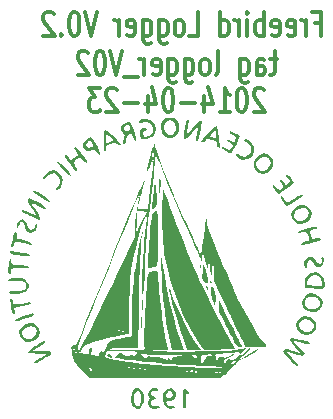
<source format=gbo>
G04 (created by PCBNEW-RS274X (2012-apr-16-27)-stable) date Tue 22 Apr 2014 06:10:25 PM EDT*
G01*
G70*
G90*
%MOIN*%
G04 Gerber Fmt 3.4, Leading zero omitted, Abs format*
%FSLAX34Y34*%
G04 APERTURE LIST*
%ADD10C,0.006000*%
%ADD11C,0.012000*%
%ADD12C,0.000100*%
G04 APERTURE END LIST*
G54D10*
G54D11*
X48556Y-34490D02*
X48327Y-34490D01*
X48470Y-34224D02*
X48470Y-34910D01*
X48442Y-34986D01*
X48384Y-35024D01*
X48327Y-35024D01*
X47870Y-35024D02*
X47870Y-34605D01*
X47899Y-34529D01*
X47956Y-34490D01*
X48070Y-34490D01*
X48127Y-34529D01*
X47870Y-34986D02*
X47927Y-35024D01*
X48070Y-35024D01*
X48127Y-34986D01*
X48156Y-34910D01*
X48156Y-34833D01*
X48127Y-34757D01*
X48070Y-34719D01*
X47927Y-34719D01*
X47870Y-34681D01*
X47327Y-34490D02*
X47327Y-35138D01*
X47356Y-35214D01*
X47384Y-35252D01*
X47441Y-35290D01*
X47527Y-35290D01*
X47584Y-35252D01*
X47327Y-34986D02*
X47384Y-35024D01*
X47498Y-35024D01*
X47556Y-34986D01*
X47584Y-34948D01*
X47613Y-34871D01*
X47613Y-34643D01*
X47584Y-34567D01*
X47556Y-34529D01*
X47498Y-34490D01*
X47384Y-34490D01*
X47327Y-34529D01*
X46498Y-35024D02*
X46556Y-34986D01*
X46584Y-34910D01*
X46584Y-34224D01*
X46184Y-35024D02*
X46242Y-34986D01*
X46270Y-34948D01*
X46299Y-34871D01*
X46299Y-34643D01*
X46270Y-34567D01*
X46242Y-34529D01*
X46184Y-34490D01*
X46099Y-34490D01*
X46042Y-34529D01*
X46013Y-34567D01*
X45984Y-34643D01*
X45984Y-34871D01*
X46013Y-34948D01*
X46042Y-34986D01*
X46099Y-35024D01*
X46184Y-35024D01*
X45470Y-34490D02*
X45470Y-35138D01*
X45499Y-35214D01*
X45527Y-35252D01*
X45584Y-35290D01*
X45670Y-35290D01*
X45727Y-35252D01*
X45470Y-34986D02*
X45527Y-35024D01*
X45641Y-35024D01*
X45699Y-34986D01*
X45727Y-34948D01*
X45756Y-34871D01*
X45756Y-34643D01*
X45727Y-34567D01*
X45699Y-34529D01*
X45641Y-34490D01*
X45527Y-34490D01*
X45470Y-34529D01*
X44927Y-34490D02*
X44927Y-35138D01*
X44956Y-35214D01*
X44984Y-35252D01*
X45041Y-35290D01*
X45127Y-35290D01*
X45184Y-35252D01*
X44927Y-34986D02*
X44984Y-35024D01*
X45098Y-35024D01*
X45156Y-34986D01*
X45184Y-34948D01*
X45213Y-34871D01*
X45213Y-34643D01*
X45184Y-34567D01*
X45156Y-34529D01*
X45098Y-34490D01*
X44984Y-34490D01*
X44927Y-34529D01*
X44413Y-34986D02*
X44470Y-35024D01*
X44584Y-35024D01*
X44641Y-34986D01*
X44670Y-34910D01*
X44670Y-34605D01*
X44641Y-34529D01*
X44584Y-34490D01*
X44470Y-34490D01*
X44413Y-34529D01*
X44384Y-34605D01*
X44384Y-34681D01*
X44670Y-34757D01*
X44127Y-35024D02*
X44127Y-34490D01*
X44127Y-34643D02*
X44099Y-34567D01*
X44070Y-34529D01*
X44013Y-34490D01*
X43956Y-34490D01*
X43899Y-35100D02*
X43442Y-35100D01*
X43385Y-34224D02*
X43185Y-35024D01*
X42985Y-34224D01*
X42671Y-34224D02*
X42614Y-34224D01*
X42557Y-34262D01*
X42528Y-34300D01*
X42499Y-34376D01*
X42471Y-34529D01*
X42471Y-34719D01*
X42499Y-34871D01*
X42528Y-34948D01*
X42557Y-34986D01*
X42614Y-35024D01*
X42671Y-35024D01*
X42728Y-34986D01*
X42757Y-34948D01*
X42785Y-34871D01*
X42814Y-34719D01*
X42814Y-34529D01*
X42785Y-34376D01*
X42757Y-34300D01*
X42728Y-34262D01*
X42671Y-34224D01*
X42243Y-34300D02*
X42214Y-34262D01*
X42157Y-34224D01*
X42014Y-34224D01*
X41957Y-34262D01*
X41928Y-34300D01*
X41900Y-34376D01*
X41900Y-34452D01*
X41928Y-34567D01*
X42271Y-35024D01*
X41900Y-35024D01*
X48113Y-35540D02*
X48084Y-35502D01*
X48027Y-35464D01*
X47884Y-35464D01*
X47827Y-35502D01*
X47798Y-35540D01*
X47770Y-35616D01*
X47770Y-35692D01*
X47798Y-35807D01*
X48141Y-36264D01*
X47770Y-36264D01*
X47399Y-35464D02*
X47342Y-35464D01*
X47285Y-35502D01*
X47256Y-35540D01*
X47227Y-35616D01*
X47199Y-35769D01*
X47199Y-35959D01*
X47227Y-36111D01*
X47256Y-36188D01*
X47285Y-36226D01*
X47342Y-36264D01*
X47399Y-36264D01*
X47456Y-36226D01*
X47485Y-36188D01*
X47513Y-36111D01*
X47542Y-35959D01*
X47542Y-35769D01*
X47513Y-35616D01*
X47485Y-35540D01*
X47456Y-35502D01*
X47399Y-35464D01*
X46628Y-36264D02*
X46971Y-36264D01*
X46799Y-36264D02*
X46799Y-35464D01*
X46856Y-35578D01*
X46914Y-35654D01*
X46971Y-35692D01*
X46114Y-35730D02*
X46114Y-36264D01*
X46257Y-35426D02*
X46400Y-35997D01*
X46028Y-35997D01*
X45800Y-35959D02*
X45343Y-35959D01*
X44943Y-35464D02*
X44886Y-35464D01*
X44829Y-35502D01*
X44800Y-35540D01*
X44771Y-35616D01*
X44743Y-35769D01*
X44743Y-35959D01*
X44771Y-36111D01*
X44800Y-36188D01*
X44829Y-36226D01*
X44886Y-36264D01*
X44943Y-36264D01*
X45000Y-36226D01*
X45029Y-36188D01*
X45057Y-36111D01*
X45086Y-35959D01*
X45086Y-35769D01*
X45057Y-35616D01*
X45029Y-35540D01*
X45000Y-35502D01*
X44943Y-35464D01*
X44229Y-35730D02*
X44229Y-36264D01*
X44372Y-35426D02*
X44515Y-35997D01*
X44143Y-35997D01*
X43915Y-35959D02*
X43458Y-35959D01*
X43201Y-35540D02*
X43172Y-35502D01*
X43115Y-35464D01*
X42972Y-35464D01*
X42915Y-35502D01*
X42886Y-35540D01*
X42858Y-35616D01*
X42858Y-35692D01*
X42886Y-35807D01*
X43229Y-36264D01*
X42858Y-36264D01*
X42658Y-35464D02*
X42287Y-35464D01*
X42487Y-35769D01*
X42401Y-35769D01*
X42344Y-35807D01*
X42315Y-35845D01*
X42287Y-35921D01*
X42287Y-36111D01*
X42315Y-36188D01*
X42344Y-36226D01*
X42401Y-36264D01*
X42573Y-36264D01*
X42630Y-36226D01*
X42658Y-36188D01*
X49813Y-33305D02*
X50013Y-33305D01*
X50013Y-33724D02*
X50013Y-32924D01*
X49727Y-32924D01*
X49499Y-33724D02*
X49499Y-33190D01*
X49499Y-33343D02*
X49471Y-33267D01*
X49442Y-33229D01*
X49385Y-33190D01*
X49328Y-33190D01*
X48900Y-33686D02*
X48957Y-33724D01*
X49071Y-33724D01*
X49128Y-33686D01*
X49157Y-33610D01*
X49157Y-33305D01*
X49128Y-33229D01*
X49071Y-33190D01*
X48957Y-33190D01*
X48900Y-33229D01*
X48871Y-33305D01*
X48871Y-33381D01*
X49157Y-33457D01*
X48386Y-33686D02*
X48443Y-33724D01*
X48557Y-33724D01*
X48614Y-33686D01*
X48643Y-33610D01*
X48643Y-33305D01*
X48614Y-33229D01*
X48557Y-33190D01*
X48443Y-33190D01*
X48386Y-33229D01*
X48357Y-33305D01*
X48357Y-33381D01*
X48643Y-33457D01*
X48100Y-33724D02*
X48100Y-32924D01*
X48100Y-33229D02*
X48043Y-33190D01*
X47929Y-33190D01*
X47872Y-33229D01*
X47843Y-33267D01*
X47814Y-33343D01*
X47814Y-33571D01*
X47843Y-33648D01*
X47872Y-33686D01*
X47929Y-33724D01*
X48043Y-33724D01*
X48100Y-33686D01*
X47557Y-33724D02*
X47557Y-33190D01*
X47557Y-32924D02*
X47586Y-32962D01*
X47557Y-33000D01*
X47529Y-32962D01*
X47557Y-32924D01*
X47557Y-33000D01*
X47271Y-33724D02*
X47271Y-33190D01*
X47271Y-33343D02*
X47243Y-33267D01*
X47214Y-33229D01*
X47157Y-33190D01*
X47100Y-33190D01*
X46643Y-33724D02*
X46643Y-32924D01*
X46643Y-33686D02*
X46700Y-33724D01*
X46814Y-33724D01*
X46872Y-33686D01*
X46900Y-33648D01*
X46929Y-33571D01*
X46929Y-33343D01*
X46900Y-33267D01*
X46872Y-33229D01*
X46814Y-33190D01*
X46700Y-33190D01*
X46643Y-33229D01*
X45614Y-33724D02*
X45900Y-33724D01*
X45900Y-32924D01*
X45328Y-33724D02*
X45386Y-33686D01*
X45414Y-33648D01*
X45443Y-33571D01*
X45443Y-33343D01*
X45414Y-33267D01*
X45386Y-33229D01*
X45328Y-33190D01*
X45243Y-33190D01*
X45186Y-33229D01*
X45157Y-33267D01*
X45128Y-33343D01*
X45128Y-33571D01*
X45157Y-33648D01*
X45186Y-33686D01*
X45243Y-33724D01*
X45328Y-33724D01*
X44614Y-33190D02*
X44614Y-33838D01*
X44643Y-33914D01*
X44671Y-33952D01*
X44728Y-33990D01*
X44814Y-33990D01*
X44871Y-33952D01*
X44614Y-33686D02*
X44671Y-33724D01*
X44785Y-33724D01*
X44843Y-33686D01*
X44871Y-33648D01*
X44900Y-33571D01*
X44900Y-33343D01*
X44871Y-33267D01*
X44843Y-33229D01*
X44785Y-33190D01*
X44671Y-33190D01*
X44614Y-33229D01*
X44071Y-33190D02*
X44071Y-33838D01*
X44100Y-33914D01*
X44128Y-33952D01*
X44185Y-33990D01*
X44271Y-33990D01*
X44328Y-33952D01*
X44071Y-33686D02*
X44128Y-33724D01*
X44242Y-33724D01*
X44300Y-33686D01*
X44328Y-33648D01*
X44357Y-33571D01*
X44357Y-33343D01*
X44328Y-33267D01*
X44300Y-33229D01*
X44242Y-33190D01*
X44128Y-33190D01*
X44071Y-33229D01*
X43557Y-33686D02*
X43614Y-33724D01*
X43728Y-33724D01*
X43785Y-33686D01*
X43814Y-33610D01*
X43814Y-33305D01*
X43785Y-33229D01*
X43728Y-33190D01*
X43614Y-33190D01*
X43557Y-33229D01*
X43528Y-33305D01*
X43528Y-33381D01*
X43814Y-33457D01*
X43271Y-33724D02*
X43271Y-33190D01*
X43271Y-33343D02*
X43243Y-33267D01*
X43214Y-33229D01*
X43157Y-33190D01*
X43100Y-33190D01*
X42529Y-32924D02*
X42329Y-33724D01*
X42129Y-32924D01*
X41815Y-32924D02*
X41758Y-32924D01*
X41701Y-32962D01*
X41672Y-33000D01*
X41643Y-33076D01*
X41615Y-33229D01*
X41615Y-33419D01*
X41643Y-33571D01*
X41672Y-33648D01*
X41701Y-33686D01*
X41758Y-33724D01*
X41815Y-33724D01*
X41872Y-33686D01*
X41901Y-33648D01*
X41929Y-33571D01*
X41958Y-33419D01*
X41958Y-33229D01*
X41929Y-33076D01*
X41901Y-33000D01*
X41872Y-32962D01*
X41815Y-32924D01*
X41358Y-33648D02*
X41330Y-33686D01*
X41358Y-33724D01*
X41387Y-33686D01*
X41358Y-33648D01*
X41358Y-33724D01*
X41101Y-33000D02*
X41072Y-32962D01*
X41015Y-32924D01*
X40872Y-32924D01*
X40815Y-32962D01*
X40786Y-33000D01*
X40758Y-33076D01*
X40758Y-33152D01*
X40786Y-33267D01*
X41129Y-33724D01*
X40758Y-33724D01*
G54D12*
G36*
X44114Y-45809D02*
X44103Y-45935D01*
X44059Y-46044D01*
X44027Y-46083D01*
X44010Y-46096D01*
X44010Y-45797D01*
X43995Y-45682D01*
X43966Y-45597D01*
X43953Y-45580D01*
X43909Y-45545D01*
X43874Y-45556D01*
X43836Y-45598D01*
X43793Y-45692D01*
X43776Y-45817D01*
X43788Y-45940D01*
X43810Y-46001D01*
X43865Y-46053D01*
X43931Y-46061D01*
X43983Y-46025D01*
X43989Y-46012D01*
X44009Y-45916D01*
X44010Y-45797D01*
X44010Y-46096D01*
X43942Y-46150D01*
X43866Y-46157D01*
X43778Y-46107D01*
X43771Y-46101D01*
X43727Y-46057D01*
X43703Y-46000D01*
X43694Y-45910D01*
X43693Y-45822D01*
X43708Y-45648D01*
X43756Y-45533D01*
X43836Y-45474D01*
X43895Y-45465D01*
X43983Y-45495D01*
X44050Y-45573D01*
X44096Y-45683D01*
X44114Y-45809D01*
X44114Y-45809D01*
X44114Y-45809D01*
G37*
G36*
X44640Y-46096D02*
X44622Y-46123D01*
X44568Y-46144D01*
X44478Y-46162D01*
X44409Y-46152D01*
X44343Y-46122D01*
X44282Y-46066D01*
X44249Y-45987D01*
X44246Y-45908D01*
X44277Y-45852D01*
X44292Y-45844D01*
X44327Y-45823D01*
X44315Y-45791D01*
X44291Y-45764D01*
X44250Y-45679D01*
X44263Y-45594D01*
X44317Y-45522D01*
X44403Y-45478D01*
X44509Y-45475D01*
X44520Y-45477D01*
X44591Y-45508D01*
X44605Y-45540D01*
X44560Y-45559D01*
X44517Y-45559D01*
X44413Y-45569D01*
X44354Y-45607D01*
X44344Y-45660D01*
X44389Y-45715D01*
X44443Y-45742D01*
X44522Y-45781D01*
X44537Y-45813D01*
X44487Y-45835D01*
X44471Y-45838D01*
X44391Y-45876D01*
X44349Y-45946D01*
X44353Y-46011D01*
X44397Y-46051D01*
X44494Y-46065D01*
X44508Y-46065D01*
X44600Y-46074D01*
X44640Y-46096D01*
X44640Y-46096D01*
X44640Y-46096D01*
G37*
G36*
X45174Y-45726D02*
X45137Y-45814D01*
X45076Y-45864D01*
X45076Y-45691D01*
X45076Y-45682D01*
X45052Y-45602D01*
X44996Y-45558D01*
X44927Y-45562D01*
X44895Y-45584D01*
X44849Y-45664D01*
X44854Y-45743D01*
X44900Y-45794D01*
X44980Y-45808D01*
X45045Y-45769D01*
X45076Y-45691D01*
X45076Y-45864D01*
X45065Y-45874D01*
X44964Y-45890D01*
X44943Y-45887D01*
X44867Y-45882D01*
X44844Y-45914D01*
X44870Y-45988D01*
X44877Y-46001D01*
X44936Y-46052D01*
X45027Y-46065D01*
X45110Y-46075D01*
X45142Y-46101D01*
X45116Y-46133D01*
X45090Y-46145D01*
X45001Y-46163D01*
X44921Y-46136D01*
X44856Y-46087D01*
X44783Y-45986D01*
X44747Y-45852D01*
X44748Y-45710D01*
X44789Y-45585D01*
X44808Y-45557D01*
X44900Y-45482D01*
X45001Y-45470D01*
X45099Y-45522D01*
X45109Y-45532D01*
X45167Y-45626D01*
X45174Y-45726D01*
X45174Y-45726D01*
X45174Y-45726D01*
G37*
G36*
X45625Y-45629D02*
X45623Y-45636D01*
X45585Y-45647D01*
X45556Y-45629D01*
X45533Y-45619D01*
X45519Y-45643D01*
X45511Y-45711D01*
X45509Y-45833D01*
X45509Y-45861D01*
X45507Y-45999D01*
X45499Y-46082D01*
X45482Y-46123D01*
X45459Y-46132D01*
X45436Y-46121D01*
X45421Y-46080D01*
X45413Y-46000D01*
X45409Y-45868D01*
X45409Y-45799D01*
X45412Y-45659D01*
X45419Y-45548D01*
X45430Y-45480D01*
X45438Y-45465D01*
X45489Y-45485D01*
X45551Y-45532D01*
X45603Y-45586D01*
X45625Y-45629D01*
X45625Y-45629D01*
X45625Y-45629D01*
G37*
G36*
X48186Y-44065D02*
X48162Y-44083D01*
X48137Y-44093D01*
X48069Y-44105D01*
X47955Y-44110D01*
X47816Y-44108D01*
X47769Y-44106D01*
X47480Y-44090D01*
X47430Y-43965D01*
X47402Y-43903D01*
X47349Y-43791D01*
X47276Y-43636D01*
X47185Y-43448D01*
X47081Y-43236D01*
X46969Y-43008D01*
X46944Y-42957D01*
X46834Y-42732D01*
X46734Y-42524D01*
X46648Y-42341D01*
X46579Y-42193D01*
X46532Y-42086D01*
X46510Y-42028D01*
X46509Y-42022D01*
X46491Y-41963D01*
X46476Y-41949D01*
X46461Y-41908D01*
X46450Y-41817D01*
X46443Y-41692D01*
X46443Y-41628D01*
X46439Y-41476D01*
X46429Y-41381D01*
X46413Y-41347D01*
X46409Y-41349D01*
X46391Y-41391D01*
X46378Y-41478D01*
X46375Y-41559D01*
X46371Y-41667D01*
X46361Y-41714D01*
X46347Y-41704D01*
X46331Y-41643D01*
X46313Y-41535D01*
X46296Y-41387D01*
X46283Y-41248D01*
X46252Y-40849D01*
X46245Y-41165D01*
X46239Y-41482D01*
X46176Y-41332D01*
X46135Y-41201D01*
X46110Y-41056D01*
X46107Y-41015D01*
X46100Y-40849D01*
X46059Y-41082D01*
X46038Y-41182D01*
X46023Y-41236D01*
X46014Y-41236D01*
X46013Y-41227D01*
X45998Y-41173D01*
X45958Y-41068D01*
X45897Y-40923D01*
X45820Y-40747D01*
X45730Y-40549D01*
X45673Y-40427D01*
X45542Y-40143D01*
X45394Y-39811D01*
X45236Y-39447D01*
X45074Y-39066D01*
X44915Y-38683D01*
X44765Y-38314D01*
X44630Y-37972D01*
X44588Y-37865D01*
X44493Y-37615D01*
X44471Y-37965D01*
X44456Y-38162D01*
X44432Y-38383D01*
X44406Y-38588D01*
X44396Y-38649D01*
X44364Y-38872D01*
X44331Y-39155D01*
X44296Y-39489D01*
X44261Y-39868D01*
X44226Y-40283D01*
X44192Y-40728D01*
X44160Y-41193D01*
X44129Y-41673D01*
X44102Y-42160D01*
X44100Y-42191D01*
X44089Y-42275D01*
X44069Y-42321D01*
X44059Y-42324D01*
X44046Y-42288D01*
X44040Y-42194D01*
X44038Y-42049D01*
X44041Y-41862D01*
X44050Y-41641D01*
X44062Y-41393D01*
X44077Y-41128D01*
X44096Y-40852D01*
X44118Y-40574D01*
X44142Y-40302D01*
X44168Y-40045D01*
X44195Y-39815D01*
X44212Y-39682D01*
X44204Y-39696D01*
X44204Y-39582D01*
X44053Y-39572D01*
X43961Y-39567D01*
X43902Y-39569D01*
X43893Y-39572D01*
X43888Y-39607D01*
X43880Y-39695D01*
X43871Y-39822D01*
X43864Y-39949D01*
X43844Y-40315D01*
X44024Y-39949D01*
X44204Y-39582D01*
X44204Y-39696D01*
X44110Y-39873D01*
X44046Y-40020D01*
X43977Y-40228D01*
X43905Y-40491D01*
X43831Y-40803D01*
X43757Y-41159D01*
X43721Y-41349D01*
X43694Y-41498D01*
X43673Y-41634D01*
X43657Y-41767D01*
X43645Y-41910D01*
X43636Y-42074D01*
X43630Y-42272D01*
X43626Y-42516D01*
X43623Y-42732D01*
X43611Y-43649D01*
X43469Y-43677D01*
X43433Y-43684D01*
X43433Y-43590D01*
X43433Y-43578D01*
X43389Y-43570D01*
X43370Y-43576D01*
X43357Y-43591D01*
X43390Y-43596D01*
X43433Y-43590D01*
X43433Y-43684D01*
X43303Y-43711D01*
X43303Y-43553D01*
X43298Y-43543D01*
X43258Y-43539D01*
X43254Y-43543D01*
X43258Y-43563D01*
X43276Y-43565D01*
X43303Y-43553D01*
X43303Y-43711D01*
X43290Y-43714D01*
X43090Y-43760D01*
X42883Y-43810D01*
X42681Y-43862D01*
X42500Y-43911D01*
X42353Y-43954D01*
X42254Y-43987D01*
X42240Y-43992D01*
X42120Y-44061D01*
X42051Y-44146D01*
X42044Y-44162D01*
X42005Y-44233D01*
X41966Y-44267D01*
X41963Y-44268D01*
X41945Y-44276D01*
X41974Y-44292D01*
X42034Y-44310D01*
X42106Y-44324D01*
X42165Y-44329D01*
X42233Y-44325D01*
X42268Y-44295D01*
X42289Y-44221D01*
X42293Y-44198D01*
X42314Y-44117D01*
X42341Y-44084D01*
X42349Y-44086D01*
X42367Y-44131D01*
X42365Y-44215D01*
X42363Y-44232D01*
X42354Y-44314D01*
X42372Y-44354D01*
X42429Y-44374D01*
X42447Y-44378D01*
X42541Y-44394D01*
X42589Y-44390D01*
X42609Y-44360D01*
X42615Y-44324D01*
X42646Y-44260D01*
X42684Y-44238D01*
X42722Y-44241D01*
X42729Y-44282D01*
X42721Y-44329D01*
X42710Y-44409D01*
X42718Y-44428D01*
X42745Y-44388D01*
X42787Y-44293D01*
X42827Y-44190D01*
X42874Y-44071D01*
X42914Y-43976D01*
X42941Y-43924D01*
X42944Y-43920D01*
X42986Y-43901D01*
X43078Y-43875D01*
X43204Y-43845D01*
X43281Y-43828D01*
X43425Y-43799D01*
X43550Y-43773D01*
X43638Y-43755D01*
X43662Y-43750D01*
X43687Y-43741D01*
X43705Y-43724D01*
X43716Y-43689D01*
X43722Y-43625D01*
X43724Y-43525D01*
X43722Y-43377D01*
X43717Y-43174D01*
X43716Y-43141D01*
X43714Y-42909D01*
X43716Y-42662D01*
X43722Y-42423D01*
X43733Y-42216D01*
X43740Y-42132D01*
X43762Y-41920D01*
X43793Y-41677D01*
X43831Y-41418D01*
X43872Y-41160D01*
X43914Y-40918D01*
X43954Y-40708D01*
X43990Y-40547D01*
X43994Y-40532D01*
X44042Y-40349D01*
X44026Y-40549D01*
X43999Y-40887D01*
X43978Y-41209D01*
X43962Y-41531D01*
X43950Y-41865D01*
X43941Y-42227D01*
X43935Y-42631D01*
X43933Y-42933D01*
X43926Y-44132D01*
X43418Y-44132D01*
X43225Y-44134D01*
X43072Y-44139D01*
X42964Y-44148D01*
X42913Y-44159D01*
X42909Y-44164D01*
X42941Y-44175D01*
X43031Y-44186D01*
X43171Y-44195D01*
X43351Y-44202D01*
X43484Y-44205D01*
X43745Y-44207D01*
X43942Y-44203D01*
X44075Y-44192D01*
X44149Y-44175D01*
X44163Y-44151D01*
X44140Y-44130D01*
X44128Y-44113D01*
X44120Y-44076D01*
X44115Y-44010D01*
X44114Y-43912D01*
X44117Y-43773D01*
X44124Y-43588D01*
X44135Y-43351D01*
X44149Y-43055D01*
X44153Y-42976D01*
X44171Y-42637D01*
X44185Y-42360D01*
X44198Y-42136D01*
X44210Y-41962D01*
X44222Y-41829D01*
X44235Y-41733D01*
X44251Y-41667D01*
X44270Y-41625D01*
X44293Y-41601D01*
X44323Y-41590D01*
X44358Y-41584D01*
X44397Y-41579D01*
X44489Y-41569D01*
X44549Y-41568D01*
X44559Y-41571D01*
X44566Y-41606D01*
X44577Y-41698D01*
X44591Y-41836D01*
X44607Y-42008D01*
X44624Y-42205D01*
X44625Y-42216D01*
X44651Y-42509D01*
X44674Y-42752D01*
X44697Y-42958D01*
X44722Y-43145D01*
X44752Y-43327D01*
X44787Y-43521D01*
X44827Y-43723D01*
X44858Y-43881D01*
X44884Y-44016D01*
X44902Y-44115D01*
X44909Y-44163D01*
X44909Y-44164D01*
X44877Y-44181D01*
X44786Y-44193D01*
X44644Y-44201D01*
X44551Y-44204D01*
X44193Y-44209D01*
X44643Y-44237D01*
X44782Y-44243D01*
X44964Y-44247D01*
X45178Y-44249D01*
X45416Y-44249D01*
X45668Y-44248D01*
X45926Y-44246D01*
X46180Y-44242D01*
X46422Y-44237D01*
X46642Y-44231D01*
X46831Y-44224D01*
X46981Y-44216D01*
X47082Y-44208D01*
X47126Y-44199D01*
X47176Y-44182D01*
X47268Y-44165D01*
X47336Y-44157D01*
X47514Y-44141D01*
X47411Y-44235D01*
X47347Y-44302D01*
X47312Y-44355D01*
X47309Y-44366D01*
X47309Y-44281D01*
X47279Y-44276D01*
X47199Y-44276D01*
X47087Y-44282D01*
X47084Y-44282D01*
X46837Y-44300D01*
X46652Y-44318D01*
X46529Y-44334D01*
X46470Y-44350D01*
X46469Y-44361D01*
X46497Y-44405D01*
X46524Y-44491D01*
X46533Y-44533D01*
X46559Y-44682D01*
X46569Y-44560D01*
X46590Y-44469D01*
X46627Y-44420D01*
X46630Y-44418D01*
X46698Y-44417D01*
X46748Y-44435D01*
X46802Y-44450D01*
X46870Y-44437D01*
X46972Y-44390D01*
X46984Y-44384D01*
X47066Y-44345D01*
X47111Y-44333D01*
X47111Y-44346D01*
X47057Y-44387D01*
X46966Y-44434D01*
X46923Y-44451D01*
X46820Y-44503D01*
X46777Y-44556D01*
X46776Y-44570D01*
X46791Y-44621D01*
X46809Y-44632D01*
X46836Y-44604D01*
X46843Y-44565D01*
X46867Y-44517D01*
X46919Y-44496D01*
X46969Y-44509D01*
X46981Y-44529D01*
X47016Y-44542D01*
X47082Y-44523D01*
X47160Y-44483D01*
X47230Y-44430D01*
X47271Y-44379D01*
X47299Y-44313D01*
X47309Y-44281D01*
X47309Y-44366D01*
X47330Y-44374D01*
X47383Y-44348D01*
X47451Y-44299D01*
X47517Y-44239D01*
X47555Y-44194D01*
X47610Y-44146D01*
X47654Y-44137D01*
X47658Y-44161D01*
X47607Y-44218D01*
X47505Y-44304D01*
X47493Y-44314D01*
X47396Y-44392D01*
X47325Y-44454D01*
X47292Y-44488D01*
X47291Y-44492D01*
X47328Y-44486D01*
X47405Y-44451D01*
X47508Y-44397D01*
X47622Y-44329D01*
X47732Y-44258D01*
X47754Y-44242D01*
X47842Y-44183D01*
X47906Y-44147D01*
X47930Y-44141D01*
X47914Y-44167D01*
X47854Y-44217D01*
X47764Y-44281D01*
X47656Y-44351D01*
X47544Y-44417D01*
X47443Y-44471D01*
X47381Y-44499D01*
X47248Y-44570D01*
X47162Y-44650D01*
X47162Y-44554D01*
X47141Y-44551D01*
X47094Y-44571D01*
X47024Y-44613D01*
X47014Y-44653D01*
X47030Y-44675D01*
X47074Y-44681D01*
X47126Y-44626D01*
X47143Y-44597D01*
X47162Y-44554D01*
X47162Y-44650D01*
X47128Y-44683D01*
X47093Y-44727D01*
X46991Y-44842D01*
X46873Y-44956D01*
X46803Y-45014D01*
X46781Y-45030D01*
X46781Y-44772D01*
X46776Y-44768D01*
X46717Y-44758D01*
X46604Y-44748D01*
X46448Y-44738D01*
X46362Y-44733D01*
X46362Y-44360D01*
X46360Y-44337D01*
X46304Y-44338D01*
X46277Y-44343D01*
X46174Y-44359D01*
X46088Y-44365D01*
X46037Y-44373D01*
X46014Y-44410D01*
X46009Y-44493D01*
X46009Y-44499D01*
X46012Y-44591D01*
X46029Y-44625D01*
X46068Y-44608D01*
X46109Y-44574D01*
X46160Y-44510D01*
X46176Y-44458D01*
X46201Y-44410D01*
X46257Y-44399D01*
X46329Y-44384D01*
X46362Y-44360D01*
X46362Y-44733D01*
X46262Y-44728D01*
X46059Y-44720D01*
X45909Y-44713D01*
X45909Y-44415D01*
X45888Y-44380D01*
X45816Y-44369D01*
X45784Y-44369D01*
X45719Y-44375D01*
X45707Y-44384D01*
X45718Y-44388D01*
X45767Y-44416D01*
X45776Y-44434D01*
X45804Y-44459D01*
X45843Y-44465D01*
X45897Y-44444D01*
X45909Y-44415D01*
X45909Y-44713D01*
X45817Y-44710D01*
X45557Y-44698D01*
X45427Y-44690D01*
X45427Y-44383D01*
X45370Y-44379D01*
X45263Y-44375D01*
X45115Y-44372D01*
X44943Y-44370D01*
X44736Y-44367D01*
X44539Y-44362D01*
X44367Y-44356D01*
X44235Y-44349D01*
X44176Y-44344D01*
X43993Y-44322D01*
X44074Y-44411D01*
X44131Y-44466D01*
X44164Y-44474D01*
X44185Y-44448D01*
X44218Y-44418D01*
X44283Y-44409D01*
X44386Y-44416D01*
X44568Y-44442D01*
X44716Y-44471D01*
X44822Y-44503D01*
X44876Y-44534D01*
X44880Y-44543D01*
X44889Y-44550D01*
X44899Y-44524D01*
X44926Y-44474D01*
X44945Y-44465D01*
X44975Y-44491D01*
X44976Y-44499D01*
X45001Y-44531D01*
X45009Y-44532D01*
X45039Y-44505D01*
X45043Y-44484D01*
X45049Y-44461D01*
X45075Y-44443D01*
X45133Y-44428D01*
X45232Y-44412D01*
X45384Y-44392D01*
X45426Y-44387D01*
X45427Y-44383D01*
X45427Y-44690D01*
X45302Y-44684D01*
X45077Y-44671D01*
X44959Y-44663D01*
X44804Y-44651D01*
X44617Y-44633D01*
X44407Y-44612D01*
X44184Y-44589D01*
X43959Y-44564D01*
X43741Y-44539D01*
X43542Y-44515D01*
X43369Y-44494D01*
X43235Y-44475D01*
X43148Y-44461D01*
X43119Y-44453D01*
X43130Y-44425D01*
X43179Y-44381D01*
X43247Y-44336D01*
X43313Y-44305D01*
X43343Y-44299D01*
X43412Y-44323D01*
X43443Y-44349D01*
X43517Y-44394D01*
X43600Y-44385D01*
X43634Y-44360D01*
X43681Y-44339D01*
X43720Y-44360D01*
X43788Y-44384D01*
X43849Y-44359D01*
X43876Y-44296D01*
X43876Y-44295D01*
X43872Y-44271D01*
X43853Y-44254D01*
X43810Y-44242D01*
X43732Y-44236D01*
X43610Y-44233D01*
X43434Y-44232D01*
X43375Y-44232D01*
X42874Y-44232D01*
X42840Y-44321D01*
X42824Y-44392D01*
X42833Y-44433D01*
X42894Y-44461D01*
X43012Y-44494D01*
X43178Y-44529D01*
X43383Y-44565D01*
X43618Y-44600D01*
X43873Y-44632D01*
X43874Y-44632D01*
X44049Y-44651D01*
X44222Y-44668D01*
X44402Y-44685D01*
X44601Y-44701D01*
X44827Y-44717D01*
X45090Y-44735D01*
X45401Y-44755D01*
X45759Y-44776D01*
X45898Y-44783D01*
X46056Y-44787D01*
X46222Y-44789D01*
X46386Y-44789D01*
X46535Y-44788D01*
X46658Y-44784D01*
X46744Y-44779D01*
X46781Y-44772D01*
X46781Y-45030D01*
X46676Y-45109D01*
X46676Y-44932D01*
X46650Y-44899D01*
X46643Y-44899D01*
X46610Y-44924D01*
X46609Y-44932D01*
X46635Y-44964D01*
X46643Y-44965D01*
X46675Y-44940D01*
X46676Y-44932D01*
X46676Y-45109D01*
X46646Y-45132D01*
X46576Y-45132D01*
X46576Y-44932D01*
X46549Y-44902D01*
X46526Y-44899D01*
X46481Y-44916D01*
X46476Y-44932D01*
X46503Y-44961D01*
X46526Y-44965D01*
X46570Y-44947D01*
X46576Y-44932D01*
X46576Y-45132D01*
X45876Y-45132D01*
X45876Y-44915D01*
X45858Y-44871D01*
X45843Y-44865D01*
X45813Y-44892D01*
X45809Y-44915D01*
X45827Y-44960D01*
X45843Y-44965D01*
X45872Y-44938D01*
X45876Y-44915D01*
X45876Y-45132D01*
X45740Y-45132D01*
X45740Y-44893D01*
X45734Y-44879D01*
X45694Y-44872D01*
X45661Y-44902D01*
X45662Y-44937D01*
X45698Y-44951D01*
X45719Y-44935D01*
X45740Y-44893D01*
X45740Y-45132D01*
X45576Y-45132D01*
X45576Y-44899D01*
X45550Y-44866D01*
X45543Y-44865D01*
X45510Y-44891D01*
X45509Y-44899D01*
X45535Y-44931D01*
X45543Y-44932D01*
X45575Y-44906D01*
X45576Y-44899D01*
X45576Y-45132D01*
X44465Y-45132D01*
X44178Y-45132D01*
X44178Y-44823D01*
X44157Y-44797D01*
X44123Y-44816D01*
X44114Y-44834D01*
X44125Y-44862D01*
X44141Y-44860D01*
X44177Y-44832D01*
X44178Y-44823D01*
X44178Y-45132D01*
X44009Y-45132D01*
X44009Y-44799D01*
X43984Y-44766D01*
X43976Y-44765D01*
X43943Y-44791D01*
X43943Y-44799D01*
X43968Y-44831D01*
X43976Y-44832D01*
X44008Y-44806D01*
X44009Y-44799D01*
X44009Y-45132D01*
X43812Y-45132D01*
X43812Y-44789D01*
X43790Y-44763D01*
X43757Y-44782D01*
X43748Y-44800D01*
X43758Y-44829D01*
X43774Y-44827D01*
X43810Y-44799D01*
X43812Y-44789D01*
X43812Y-45132D01*
X43643Y-45132D01*
X43643Y-44765D01*
X43617Y-44733D01*
X43609Y-44732D01*
X43577Y-44757D01*
X43576Y-44765D01*
X43601Y-44798D01*
X43609Y-44799D01*
X43642Y-44773D01*
X43643Y-44765D01*
X43643Y-45132D01*
X42370Y-45132D01*
X42370Y-44872D01*
X42369Y-44840D01*
X42335Y-44792D01*
X42278Y-44784D01*
X42228Y-44815D01*
X42214Y-44847D01*
X42211Y-44892D01*
X42239Y-44881D01*
X42255Y-44868D01*
X42300Y-44844D01*
X42309Y-44861D01*
X42334Y-44897D01*
X42345Y-44899D01*
X42370Y-44872D01*
X42370Y-45132D01*
X42284Y-45132D01*
X42064Y-44899D01*
X41961Y-44785D01*
X41876Y-44682D01*
X41876Y-44265D01*
X41850Y-44233D01*
X41841Y-44232D01*
X41821Y-44252D01*
X41826Y-44265D01*
X41856Y-44297D01*
X41861Y-44299D01*
X41875Y-44273D01*
X41876Y-44265D01*
X41876Y-44682D01*
X41870Y-44675D01*
X41806Y-44587D01*
X41804Y-44583D01*
X41804Y-44181D01*
X41800Y-44147D01*
X41782Y-44125D01*
X41748Y-44106D01*
X41743Y-44120D01*
X41759Y-44168D01*
X41792Y-44188D01*
X41804Y-44181D01*
X41804Y-44583D01*
X41790Y-44559D01*
X41737Y-44444D01*
X41705Y-44348D01*
X41698Y-44283D01*
X41713Y-44265D01*
X41725Y-44241D01*
X41708Y-44196D01*
X41684Y-44111D01*
X41707Y-44055D01*
X41770Y-44040D01*
X41784Y-44043D01*
X41802Y-44045D01*
X41821Y-44037D01*
X41842Y-44014D01*
X41869Y-43973D01*
X41903Y-43908D01*
X41947Y-43814D01*
X42002Y-43686D01*
X42072Y-43519D01*
X42157Y-43310D01*
X42261Y-43052D01*
X42386Y-42741D01*
X42506Y-42438D01*
X42671Y-42027D01*
X42836Y-41618D01*
X42998Y-41214D01*
X43158Y-40821D01*
X43311Y-40445D01*
X43457Y-40088D01*
X43594Y-39757D01*
X43718Y-39456D01*
X43830Y-39190D01*
X43925Y-38964D01*
X44003Y-38782D01*
X44062Y-38649D01*
X44100Y-38570D01*
X44111Y-38550D01*
X44130Y-38535D01*
X44138Y-38541D01*
X44135Y-38575D01*
X44120Y-38647D01*
X44090Y-38764D01*
X44044Y-38935D01*
X44032Y-38980D01*
X44032Y-38810D01*
X44027Y-38815D01*
X44016Y-38837D01*
X43997Y-38878D01*
X43969Y-38943D01*
X43930Y-39033D01*
X43880Y-39154D01*
X43817Y-39307D01*
X43740Y-39496D01*
X43647Y-39724D01*
X43537Y-39994D01*
X43408Y-40311D01*
X43260Y-40676D01*
X43091Y-41093D01*
X42900Y-41566D01*
X42687Y-42091D01*
X42522Y-42502D01*
X42380Y-42855D01*
X42260Y-43155D01*
X42161Y-43406D01*
X42080Y-43613D01*
X42018Y-43779D01*
X41971Y-43910D01*
X41938Y-44009D01*
X41917Y-44081D01*
X41908Y-44130D01*
X41908Y-44160D01*
X41911Y-44169D01*
X41945Y-44216D01*
X41964Y-44222D01*
X41982Y-44189D01*
X42026Y-44104D01*
X42091Y-43976D01*
X42174Y-43812D01*
X42269Y-43620D01*
X42365Y-43427D01*
X42476Y-43201D01*
X42609Y-42928D01*
X42756Y-42625D01*
X42910Y-42306D01*
X43065Y-41985D01*
X43212Y-41677D01*
X43276Y-41543D01*
X43801Y-40438D01*
X43825Y-39977D01*
X43842Y-39725D01*
X43868Y-39515D01*
X43906Y-39320D01*
X43945Y-39167D01*
X43983Y-39025D01*
X44012Y-38909D01*
X44029Y-38833D01*
X44032Y-38810D01*
X44032Y-38980D01*
X44026Y-39003D01*
X43983Y-39165D01*
X43947Y-39304D01*
X43921Y-39407D01*
X43910Y-39462D01*
X43909Y-39466D01*
X43939Y-39485D01*
X44015Y-39497D01*
X44069Y-39498D01*
X44228Y-39498D01*
X44326Y-38823D01*
X44358Y-38592D01*
X44385Y-38358D01*
X44408Y-38138D01*
X44423Y-37950D01*
X44429Y-37815D01*
X44435Y-37482D01*
X44389Y-37649D01*
X44366Y-37750D01*
X44355Y-37825D01*
X44357Y-37849D01*
X44369Y-37850D01*
X44373Y-37818D01*
X44383Y-37774D01*
X44395Y-37774D01*
X44396Y-37814D01*
X44375Y-37894D01*
X44340Y-37996D01*
X44335Y-38008D01*
X44335Y-37881D01*
X44331Y-37876D01*
X44312Y-37881D01*
X44309Y-37899D01*
X44321Y-37926D01*
X44331Y-37921D01*
X44335Y-37881D01*
X44335Y-38008D01*
X44299Y-38100D01*
X44258Y-38185D01*
X44225Y-38232D01*
X44214Y-38219D01*
X44223Y-38148D01*
X44250Y-38024D01*
X44279Y-37908D01*
X44343Y-37672D01*
X44393Y-37497D01*
X44429Y-37380D01*
X44454Y-37316D01*
X44468Y-37301D01*
X44473Y-37324D01*
X44486Y-37389D01*
X44522Y-37507D01*
X44577Y-37668D01*
X44646Y-37863D01*
X44727Y-38082D01*
X44817Y-38316D01*
X44911Y-38556D01*
X45006Y-38793D01*
X45099Y-39017D01*
X45127Y-39082D01*
X45219Y-39294D01*
X45320Y-39523D01*
X45425Y-39760D01*
X45532Y-39999D01*
X45637Y-40230D01*
X45735Y-40445D01*
X45824Y-40637D01*
X45899Y-40797D01*
X45956Y-40917D01*
X45993Y-40990D01*
X46004Y-41007D01*
X46016Y-40983D01*
X46033Y-40903D01*
X46055Y-40775D01*
X46080Y-40610D01*
X46106Y-40415D01*
X46111Y-40374D01*
X46138Y-40153D01*
X46159Y-39993D01*
X46175Y-39888D01*
X46187Y-39833D01*
X46195Y-39823D01*
X46202Y-39851D01*
X46209Y-39913D01*
X46210Y-39932D01*
X46219Y-40003D01*
X46237Y-40083D01*
X46265Y-40180D01*
X46307Y-40301D01*
X46366Y-40454D01*
X46444Y-40646D01*
X46544Y-40884D01*
X46649Y-41132D01*
X46760Y-41390D01*
X46871Y-41646D01*
X46975Y-41887D01*
X47070Y-42103D01*
X47150Y-42284D01*
X47210Y-42417D01*
X47224Y-42449D01*
X47340Y-42690D01*
X47468Y-42937D01*
X47599Y-43179D01*
X47730Y-43406D01*
X47852Y-43605D01*
X47960Y-43767D01*
X48047Y-43880D01*
X48054Y-43888D01*
X48136Y-43979D01*
X48179Y-44034D01*
X48186Y-44065D01*
X48186Y-44065D01*
X48186Y-44065D01*
G37*
G36*
X49655Y-43980D02*
X49634Y-44000D01*
X49583Y-44002D01*
X49491Y-43985D01*
X49399Y-43962D01*
X49276Y-43931D01*
X49175Y-43909D01*
X49116Y-43899D01*
X49113Y-43899D01*
X49115Y-43919D01*
X49158Y-43974D01*
X49234Y-44053D01*
X49280Y-44096D01*
X49381Y-44192D01*
X49440Y-44255D01*
X49463Y-44296D01*
X49457Y-44327D01*
X49439Y-44348D01*
X49406Y-44375D01*
X49367Y-44385D01*
X49303Y-44376D01*
X49200Y-44349D01*
X49144Y-44332D01*
X49027Y-44299D01*
X48938Y-44278D01*
X48892Y-44272D01*
X48890Y-44273D01*
X48906Y-44301D01*
X48959Y-44362D01*
X49039Y-44446D01*
X49060Y-44466D01*
X49167Y-44580D01*
X49229Y-44665D01*
X49244Y-44717D01*
X49217Y-44732D01*
X49183Y-44710D01*
X49115Y-44650D01*
X49024Y-44563D01*
X48962Y-44501D01*
X48841Y-44372D01*
X48771Y-44280D01*
X48752Y-44224D01*
X48753Y-44218D01*
X48780Y-44182D01*
X48830Y-44169D01*
X48916Y-44179D01*
X49049Y-44214D01*
X49109Y-44232D01*
X49220Y-44265D01*
X49304Y-44289D01*
X49341Y-44298D01*
X49342Y-44298D01*
X49327Y-44277D01*
X49274Y-44218D01*
X49194Y-44134D01*
X49146Y-44085D01*
X49033Y-43962D01*
X48973Y-43876D01*
X48966Y-43822D01*
X49010Y-43800D01*
X49032Y-43799D01*
X49087Y-43806D01*
X49188Y-43825D01*
X49318Y-43854D01*
X49378Y-43867D01*
X49529Y-43906D01*
X49619Y-43939D01*
X49655Y-43968D01*
X49655Y-43980D01*
X49655Y-43980D01*
X49655Y-43980D01*
G37*
G36*
X41023Y-44310D02*
X41002Y-44343D01*
X40950Y-44386D01*
X40859Y-44446D01*
X40721Y-44529D01*
X40637Y-44578D01*
X40530Y-44631D01*
X40470Y-44640D01*
X40459Y-44631D01*
X40445Y-44591D01*
X40447Y-44585D01*
X40480Y-44564D01*
X40554Y-44519D01*
X40654Y-44457D01*
X40668Y-44449D01*
X40768Y-44387D01*
X40842Y-44341D01*
X40875Y-44319D01*
X40876Y-44319D01*
X40845Y-44317D01*
X40762Y-44316D01*
X40642Y-44315D01*
X40568Y-44315D01*
X40396Y-44310D01*
X40288Y-44294D01*
X40245Y-44264D01*
X40265Y-44216D01*
X40348Y-44149D01*
X40494Y-44058D01*
X40502Y-44053D01*
X40638Y-43974D01*
X40726Y-43926D01*
X40778Y-43906D01*
X40802Y-43909D01*
X40809Y-43932D01*
X40809Y-43941D01*
X40782Y-43978D01*
X40712Y-44035D01*
X40612Y-44101D01*
X40601Y-44107D01*
X40393Y-44231D01*
X40697Y-44231D01*
X40849Y-44234D01*
X40946Y-44242D01*
X41000Y-44258D01*
X41021Y-44282D01*
X41023Y-44310D01*
X41023Y-44310D01*
X41023Y-44310D01*
G37*
G36*
X45438Y-44199D02*
X45243Y-44199D01*
X45048Y-44199D01*
X44980Y-43907D01*
X44918Y-43608D01*
X44859Y-43262D01*
X44806Y-42885D01*
X44759Y-42495D01*
X44722Y-42107D01*
X44695Y-41739D01*
X44681Y-41407D01*
X44680Y-41199D01*
X44684Y-40949D01*
X44727Y-41265D01*
X44798Y-41718D01*
X44887Y-42191D01*
X44991Y-42667D01*
X45104Y-43126D01*
X45224Y-43550D01*
X45306Y-43807D01*
X45438Y-44199D01*
X45438Y-44199D01*
X45438Y-44199D01*
G37*
G36*
X46002Y-44199D02*
X45776Y-44199D01*
X45550Y-44199D01*
X45430Y-43863D01*
X45368Y-43683D01*
X45302Y-43480D01*
X45235Y-43262D01*
X45170Y-43040D01*
X45108Y-42823D01*
X45053Y-42620D01*
X45008Y-42441D01*
X44974Y-42296D01*
X44955Y-42193D01*
X44954Y-42144D01*
X44955Y-42141D01*
X44973Y-42160D01*
X45000Y-42225D01*
X45010Y-42255D01*
X45093Y-42486D01*
X45205Y-42754D01*
X45336Y-43041D01*
X45479Y-43329D01*
X45623Y-43599D01*
X45760Y-43833D01*
X45819Y-43925D01*
X46002Y-44199D01*
X46002Y-44199D01*
X46002Y-44199D01*
G37*
G36*
X47135Y-44150D02*
X47100Y-44154D01*
X47011Y-44161D01*
X46878Y-44169D01*
X46714Y-44178D01*
X46626Y-44182D01*
X46126Y-44206D01*
X45956Y-43961D01*
X45679Y-43518D01*
X45427Y-43026D01*
X45203Y-42499D01*
X45016Y-41954D01*
X44869Y-41403D01*
X44788Y-40982D01*
X44766Y-40806D01*
X44748Y-40581D01*
X44733Y-40321D01*
X44723Y-40045D01*
X44718Y-39769D01*
X44718Y-39509D01*
X44724Y-39281D01*
X44733Y-39132D01*
X44761Y-38815D01*
X44823Y-38999D01*
X44897Y-39209D01*
X44989Y-39464D01*
X45097Y-39750D01*
X45215Y-40059D01*
X45340Y-40377D01*
X45466Y-40695D01*
X45590Y-41002D01*
X45706Y-41286D01*
X45812Y-41537D01*
X45902Y-41743D01*
X45951Y-41849D01*
X46069Y-42094D01*
X46208Y-42375D01*
X46360Y-42676D01*
X46517Y-42983D01*
X46673Y-43283D01*
X46820Y-43560D01*
X46951Y-43800D01*
X47023Y-43928D01*
X47080Y-44032D01*
X47120Y-44111D01*
X47135Y-44149D01*
X47135Y-44150D01*
X47135Y-44150D01*
X47135Y-44150D01*
G37*
G36*
X47376Y-44083D02*
X47347Y-44095D01*
X47301Y-44098D01*
X47222Y-44065D01*
X47164Y-43990D01*
X47127Y-43923D01*
X47066Y-43810D01*
X46989Y-43665D01*
X46901Y-43500D01*
X46855Y-43412D01*
X46762Y-43232D01*
X46695Y-43098D01*
X46652Y-42997D01*
X46626Y-42916D01*
X46613Y-42843D01*
X46609Y-42765D01*
X46609Y-42735D01*
X46609Y-42527D01*
X46993Y-43297D01*
X47096Y-43505D01*
X47189Y-43693D01*
X47267Y-43853D01*
X47327Y-43977D01*
X47364Y-44056D01*
X47376Y-44083D01*
X47376Y-44083D01*
X47376Y-44083D01*
G37*
G36*
X40631Y-43610D02*
X40596Y-43734D01*
X40544Y-43793D01*
X40544Y-43568D01*
X40516Y-43476D01*
X40442Y-43413D01*
X40341Y-43394D01*
X40232Y-43413D01*
X40134Y-43462D01*
X40065Y-43538D01*
X40043Y-43620D01*
X40070Y-43722D01*
X40143Y-43792D01*
X40244Y-43825D01*
X40357Y-43814D01*
X40455Y-43763D01*
X40523Y-43674D01*
X40544Y-43568D01*
X40544Y-43793D01*
X40504Y-43840D01*
X40468Y-43865D01*
X40324Y-43924D01*
X40191Y-43921D01*
X40076Y-43856D01*
X40067Y-43847D01*
X39981Y-43726D01*
X39957Y-43601D01*
X39983Y-43508D01*
X40069Y-43394D01*
X40185Y-43321D01*
X40315Y-43292D01*
X40440Y-43312D01*
X40527Y-43366D01*
X40609Y-43482D01*
X40631Y-43610D01*
X40631Y-43610D01*
X40631Y-43610D01*
G37*
G36*
X49858Y-43395D02*
X49842Y-43484D01*
X49771Y-43602D01*
X49764Y-43606D01*
X49764Y-43440D01*
X49763Y-43343D01*
X49713Y-43256D01*
X49624Y-43193D01*
X49502Y-43165D01*
X49490Y-43165D01*
X49372Y-43190D01*
X49299Y-43262D01*
X49276Y-43365D01*
X49305Y-43466D01*
X49379Y-43543D01*
X49481Y-43587D01*
X49590Y-43591D01*
X49690Y-43549D01*
X49709Y-43532D01*
X49764Y-43440D01*
X49764Y-43606D01*
X49662Y-43675D01*
X49526Y-43696D01*
X49389Y-43666D01*
X49282Y-43593D01*
X49210Y-43484D01*
X49185Y-43364D01*
X49188Y-43335D01*
X49238Y-43196D01*
X49332Y-43105D01*
X49465Y-43066D01*
X49494Y-43065D01*
X49643Y-43091D01*
X49759Y-43163D01*
X49834Y-43268D01*
X49858Y-43395D01*
X49858Y-43395D01*
X49858Y-43395D01*
G37*
G36*
X44039Y-43247D02*
X44036Y-43394D01*
X44034Y-43424D01*
X44029Y-43460D01*
X44024Y-43437D01*
X44022Y-43359D01*
X44021Y-43265D01*
X44022Y-43149D01*
X44025Y-43083D01*
X44030Y-43073D01*
X44034Y-43107D01*
X44039Y-43247D01*
X44039Y-43247D01*
X44039Y-43247D01*
G37*
G36*
X40443Y-43012D02*
X40412Y-43055D01*
X40330Y-43093D01*
X40318Y-43096D01*
X40208Y-43127D01*
X40077Y-43165D01*
X40026Y-43181D01*
X39911Y-43214D01*
X39846Y-43228D01*
X39817Y-43222D01*
X39809Y-43197D01*
X39809Y-43187D01*
X39840Y-43154D01*
X39928Y-43114D01*
X40062Y-43070D01*
X40068Y-43068D01*
X40197Y-43032D01*
X40307Y-43000D01*
X40376Y-42980D01*
X40384Y-42978D01*
X40433Y-42983D01*
X40443Y-43012D01*
X40443Y-43012D01*
X40443Y-43012D01*
G37*
G36*
X40337Y-42629D02*
X40334Y-42640D01*
X40297Y-42665D01*
X40211Y-42695D01*
X40092Y-42725D01*
X40057Y-42732D01*
X39793Y-42784D01*
X39803Y-42891D01*
X39799Y-42969D01*
X39774Y-42998D01*
X39743Y-42971D01*
X39727Y-42924D01*
X39688Y-42751D01*
X39662Y-42632D01*
X39650Y-42558D01*
X39650Y-42518D01*
X39661Y-42502D01*
X39682Y-42499D01*
X39693Y-42499D01*
X39733Y-42527D01*
X39743Y-42580D01*
X39752Y-42648D01*
X39768Y-42677D01*
X39812Y-42679D01*
X39901Y-42668D01*
X40010Y-42647D01*
X40167Y-42616D01*
X40269Y-42603D01*
X40322Y-42607D01*
X40337Y-42629D01*
X40337Y-42629D01*
X40337Y-42629D01*
G37*
G36*
X44072Y-42684D02*
X44068Y-42808D01*
X44067Y-42824D01*
X44061Y-42852D01*
X44057Y-42819D01*
X44054Y-42735D01*
X44054Y-42682D01*
X44055Y-42579D01*
X44059Y-42527D01*
X44064Y-42533D01*
X44067Y-42558D01*
X44072Y-42684D01*
X44072Y-42684D01*
X44072Y-42684D01*
G37*
G36*
X50068Y-42609D02*
X50046Y-42729D01*
X49984Y-42835D01*
X49968Y-42849D01*
X49968Y-42587D01*
X49920Y-42493D01*
X49907Y-42479D01*
X49817Y-42432D01*
X49706Y-42415D01*
X49601Y-42430D01*
X49526Y-42476D01*
X49523Y-42481D01*
X49480Y-42583D01*
X49486Y-42688D01*
X49539Y-42771D01*
X49550Y-42780D01*
X49653Y-42821D01*
X49772Y-42828D01*
X49879Y-42801D01*
X49915Y-42777D01*
X49966Y-42690D01*
X49968Y-42587D01*
X49968Y-42849D01*
X49953Y-42864D01*
X49836Y-42919D01*
X49696Y-42931D01*
X49562Y-42901D01*
X49500Y-42865D01*
X49416Y-42764D01*
X49386Y-42646D01*
X49404Y-42526D01*
X49463Y-42418D01*
X49559Y-42338D01*
X49685Y-42300D01*
X49716Y-42299D01*
X49816Y-42323D01*
X49926Y-42383D01*
X50016Y-42461D01*
X50043Y-42500D01*
X50068Y-42609D01*
X50068Y-42609D01*
X50068Y-42609D01*
G37*
G36*
X46503Y-42427D02*
X46502Y-42509D01*
X46493Y-42715D01*
X46418Y-42553D01*
X46380Y-42447D01*
X46354Y-42329D01*
X46342Y-42216D01*
X46345Y-42124D01*
X46363Y-42071D01*
X46378Y-42065D01*
X46421Y-42096D01*
X46460Y-42177D01*
X46488Y-42293D01*
X46503Y-42427D01*
X46503Y-42427D01*
X46503Y-42427D01*
G37*
G36*
X40270Y-42101D02*
X40218Y-42206D01*
X40199Y-42226D01*
X40130Y-42266D01*
X40027Y-42299D01*
X39909Y-42321D01*
X39791Y-42331D01*
X39691Y-42329D01*
X39625Y-42311D01*
X39609Y-42287D01*
X39622Y-42254D01*
X39671Y-42237D01*
X39770Y-42232D01*
X39788Y-42232D01*
X39973Y-42220D01*
X40097Y-42184D01*
X40163Y-42123D01*
X40176Y-42069D01*
X40166Y-41990D01*
X40129Y-41940D01*
X40054Y-41912D01*
X39930Y-41900D01*
X39836Y-41899D01*
X39714Y-41895D01*
X39622Y-41886D01*
X39578Y-41873D01*
X39576Y-41869D01*
X39608Y-41835D01*
X39701Y-41812D01*
X39848Y-41800D01*
X39919Y-41799D01*
X40039Y-41804D01*
X40118Y-41824D01*
X40180Y-41866D01*
X40194Y-41880D01*
X40262Y-41987D01*
X40270Y-42101D01*
X40270Y-42101D01*
X40270Y-42101D01*
G37*
G36*
X46239Y-42109D02*
X46236Y-42154D01*
X46224Y-42196D01*
X46209Y-42177D01*
X46199Y-42152D01*
X46186Y-42093D01*
X46192Y-42072D01*
X46222Y-42067D01*
X46239Y-42109D01*
X46239Y-42109D01*
X46239Y-42109D01*
G37*
G36*
X50139Y-41982D02*
X50136Y-42059D01*
X50127Y-42102D01*
X50106Y-42131D01*
X50061Y-42147D01*
X50043Y-42148D01*
X50043Y-41949D01*
X50015Y-41822D01*
X49938Y-41736D01*
X49820Y-41699D01*
X49798Y-41699D01*
X49679Y-41726D01*
X49596Y-41810D01*
X49556Y-41923D01*
X49547Y-41991D01*
X49567Y-42023D01*
X49633Y-42037D01*
X49664Y-42041D01*
X49789Y-42052D01*
X49915Y-42059D01*
X49918Y-42060D01*
X49999Y-42059D01*
X50034Y-42037D01*
X50042Y-41974D01*
X50043Y-41949D01*
X50043Y-42148D01*
X49980Y-42152D01*
X49854Y-42149D01*
X49701Y-42141D01*
X49476Y-42129D01*
X49476Y-41961D01*
X49483Y-41848D01*
X49512Y-41770D01*
X49573Y-41696D01*
X49694Y-41616D01*
X49830Y-41601D01*
X49976Y-41649D01*
X50056Y-41723D01*
X50113Y-41842D01*
X50139Y-41982D01*
X50139Y-41982D01*
X50139Y-41982D01*
G37*
G36*
X46242Y-41820D02*
X46235Y-41915D01*
X46199Y-41962D01*
X46180Y-41965D01*
X46120Y-41935D01*
X46079Y-41873D01*
X46058Y-41759D01*
X46063Y-41586D01*
X46067Y-41548D01*
X46093Y-41315D01*
X46168Y-41519D01*
X46219Y-41685D01*
X46242Y-41820D01*
X46242Y-41820D01*
X46242Y-41820D01*
G37*
G36*
X46376Y-41934D02*
X46350Y-41964D01*
X46343Y-41965D01*
X46313Y-41938D01*
X46309Y-41913D01*
X46325Y-41879D01*
X46343Y-41882D01*
X46375Y-41924D01*
X46376Y-41934D01*
X46376Y-41934D01*
X46376Y-41934D01*
G37*
G36*
X40277Y-41429D02*
X40238Y-41448D01*
X40137Y-41460D01*
X39976Y-41465D01*
X39834Y-41466D01*
X39746Y-41470D01*
X39698Y-41482D01*
X39679Y-41504D01*
X39676Y-41541D01*
X39676Y-41547D01*
X39663Y-41616D01*
X39634Y-41654D01*
X39602Y-41646D01*
X39598Y-41641D01*
X39589Y-41591D01*
X39590Y-41502D01*
X39598Y-41394D01*
X39611Y-41287D01*
X39628Y-41198D01*
X39647Y-41147D01*
X39655Y-41142D01*
X39682Y-41180D01*
X39693Y-41251D01*
X39696Y-41307D01*
X39718Y-41337D01*
X39775Y-41351D01*
X39876Y-41357D01*
X40055Y-41370D01*
X40184Y-41388D01*
X40258Y-41409D01*
X40277Y-41429D01*
X40277Y-41429D01*
X40277Y-41429D01*
G37*
G36*
X46004Y-41447D02*
X45998Y-41474D01*
X45987Y-41475D01*
X45982Y-41423D01*
X45982Y-41415D01*
X45987Y-41363D01*
X45997Y-41368D01*
X45999Y-41374D01*
X46004Y-41447D01*
X46004Y-41447D01*
X46004Y-41447D01*
G37*
G36*
X44576Y-40965D02*
X44574Y-41127D01*
X44568Y-41245D01*
X44556Y-41326D01*
X44536Y-41378D01*
X44507Y-41409D01*
X44467Y-41427D01*
X44414Y-41437D01*
X44347Y-41450D01*
X44234Y-41472D01*
X44258Y-41077D01*
X44270Y-40894D01*
X44286Y-40670D01*
X44304Y-40431D01*
X44322Y-40202D01*
X44326Y-40153D01*
X44344Y-39942D01*
X44362Y-39788D01*
X44381Y-39683D01*
X44405Y-39618D01*
X44438Y-39582D01*
X44481Y-39568D01*
X44518Y-39566D01*
X44535Y-39570D01*
X44548Y-39586D01*
X44558Y-39623D01*
X44566Y-39687D01*
X44571Y-39787D01*
X44574Y-39928D01*
X44575Y-40118D01*
X44576Y-40365D01*
X44576Y-40480D01*
X44576Y-40752D01*
X44576Y-40965D01*
X44576Y-40965D01*
X44576Y-40965D01*
G37*
G36*
X50109Y-41225D02*
X50093Y-41343D01*
X50041Y-41410D01*
X49946Y-41432D01*
X49939Y-41432D01*
X49863Y-41413D01*
X49798Y-41348D01*
X49775Y-41313D01*
X49710Y-41231D01*
X49648Y-41204D01*
X49630Y-41205D01*
X49582Y-41225D01*
X49562Y-41277D01*
X49559Y-41340D01*
X49547Y-41429D01*
X49517Y-41464D01*
X49481Y-41442D01*
X49455Y-41376D01*
X49455Y-41263D01*
X49505Y-41168D01*
X49593Y-41111D01*
X49626Y-41104D01*
X49698Y-41107D01*
X49762Y-41145D01*
X49830Y-41217D01*
X49908Y-41297D01*
X49968Y-41324D01*
X49993Y-41320D01*
X50032Y-41285D01*
X50034Y-41216D01*
X50031Y-41198D01*
X50025Y-41125D01*
X50050Y-41099D01*
X50060Y-41099D01*
X50095Y-41123D01*
X50109Y-41201D01*
X50109Y-41225D01*
X50109Y-41225D01*
X50109Y-41225D01*
G37*
G36*
X40306Y-41037D02*
X40292Y-41058D01*
X40245Y-41067D01*
X40146Y-41063D01*
X40010Y-41048D01*
X39951Y-41039D01*
X39797Y-41013D01*
X39701Y-40988D01*
X39652Y-40962D01*
X39643Y-40941D01*
X39661Y-40906D01*
X39725Y-40907D01*
X39734Y-40908D01*
X39818Y-40922D01*
X39937Y-40939D01*
X40030Y-40950D01*
X40187Y-40974D01*
X40280Y-41003D01*
X40306Y-41037D01*
X40306Y-41037D01*
X40306Y-41037D01*
G37*
G36*
X40376Y-40652D02*
X40374Y-40679D01*
X40360Y-40692D01*
X40321Y-40691D01*
X40245Y-40676D01*
X40121Y-40644D01*
X40078Y-40633D01*
X39957Y-40604D01*
X39860Y-40587D01*
X39807Y-40584D01*
X39803Y-40586D01*
X39782Y-40628D01*
X39776Y-40684D01*
X39757Y-40750D01*
X39722Y-40765D01*
X39684Y-40747D01*
X39688Y-40690D01*
X39707Y-40615D01*
X39732Y-40505D01*
X39747Y-40440D01*
X39779Y-40336D01*
X39814Y-40277D01*
X39845Y-40268D01*
X39863Y-40313D01*
X39864Y-40371D01*
X39864Y-40424D01*
X39879Y-40460D01*
X39921Y-40486D01*
X40004Y-40512D01*
X40118Y-40541D01*
X40264Y-40584D01*
X40351Y-40623D01*
X40376Y-40652D01*
X40376Y-40652D01*
X40376Y-40652D01*
G37*
G36*
X50007Y-40484D02*
X49995Y-40512D01*
X49932Y-40549D01*
X49822Y-40590D01*
X49783Y-40602D01*
X49613Y-40648D01*
X49496Y-40676D01*
X49422Y-40687D01*
X49380Y-40683D01*
X49360Y-40667D01*
X49372Y-40634D01*
X49427Y-40599D01*
X49501Y-40572D01*
X49556Y-40565D01*
X49608Y-40553D01*
X49616Y-40547D01*
X49620Y-40506D01*
X49604Y-40432D01*
X49578Y-40349D01*
X49548Y-40282D01*
X49522Y-40254D01*
X49521Y-40254D01*
X49384Y-40279D01*
X49300Y-40292D01*
X49258Y-40293D01*
X49245Y-40282D01*
X49249Y-40261D01*
X49288Y-40229D01*
X49374Y-40191D01*
X49490Y-40152D01*
X49616Y-40117D01*
X49735Y-40092D01*
X49829Y-40081D01*
X49880Y-40089D01*
X49881Y-40090D01*
X49886Y-40120D01*
X49835Y-40149D01*
X49780Y-40168D01*
X49694Y-40195D01*
X49654Y-40223D01*
X49651Y-40272D01*
X49675Y-40363D01*
X49678Y-40375D01*
X49713Y-40502D01*
X49865Y-40479D01*
X49965Y-40472D01*
X50007Y-40484D01*
X50007Y-40484D01*
X50007Y-40484D01*
G37*
G36*
X44069Y-40311D02*
X44063Y-40323D01*
X44047Y-40313D01*
X44045Y-40279D01*
X44053Y-40243D01*
X44065Y-40259D01*
X44069Y-40311D01*
X44069Y-40311D01*
X44069Y-40311D01*
G37*
G36*
X40561Y-40023D02*
X40554Y-40089D01*
X40509Y-40188D01*
X40488Y-40224D01*
X40421Y-40279D01*
X40330Y-40299D01*
X40245Y-40279D01*
X40214Y-40254D01*
X40184Y-40194D01*
X40155Y-40101D01*
X40150Y-40079D01*
X40121Y-39987D01*
X40076Y-39945D01*
X40049Y-39938D01*
X39994Y-39944D01*
X39964Y-39993D01*
X39954Y-40031D01*
X39926Y-40102D01*
X39892Y-40119D01*
X39870Y-40084D01*
X39871Y-40029D01*
X39911Y-39922D01*
X39986Y-39854D01*
X40073Y-39839D01*
X40158Y-39881D01*
X40223Y-39985D01*
X40258Y-40107D01*
X40296Y-40175D01*
X40356Y-40197D01*
X40419Y-40176D01*
X40465Y-40118D01*
X40476Y-40059D01*
X40500Y-40008D01*
X40528Y-39999D01*
X40561Y-40023D01*
X40561Y-40023D01*
X40561Y-40023D01*
G37*
G36*
X49695Y-39617D02*
X49693Y-39748D01*
X49630Y-39857D01*
X49607Y-39874D01*
X49607Y-39623D01*
X49564Y-39516D01*
X49491Y-39466D01*
X49391Y-39458D01*
X49284Y-39485D01*
X49190Y-39541D01*
X49128Y-39620D01*
X49115Y-39662D01*
X49125Y-39744D01*
X49157Y-39817D01*
X49235Y-39881D01*
X49342Y-39899D01*
X49457Y-39869D01*
X49521Y-39829D01*
X49593Y-39736D01*
X49607Y-39623D01*
X49607Y-39874D01*
X49532Y-39933D01*
X49389Y-39991D01*
X49256Y-39987D01*
X49142Y-39922D01*
X49134Y-39914D01*
X49047Y-39791D01*
X49026Y-39664D01*
X49069Y-39540D01*
X49176Y-39426D01*
X49184Y-39420D01*
X49311Y-39362D01*
X49442Y-39361D01*
X49561Y-39411D01*
X49651Y-39505D01*
X49695Y-39617D01*
X49695Y-39617D01*
X49695Y-39617D01*
G37*
G36*
X40842Y-39457D02*
X40840Y-39483D01*
X40824Y-39493D01*
X40785Y-39483D01*
X40710Y-39449D01*
X40588Y-39388D01*
X40572Y-39380D01*
X40467Y-39330D01*
X40393Y-39302D01*
X40362Y-39299D01*
X40363Y-39305D01*
X40394Y-39352D01*
X40452Y-39437D01*
X40525Y-39542D01*
X40536Y-39558D01*
X40619Y-39691D01*
X40658Y-39789D01*
X40651Y-39847D01*
X40602Y-39861D01*
X40554Y-39844D01*
X40465Y-39802D01*
X40353Y-39744D01*
X40326Y-39729D01*
X40212Y-39667D01*
X40121Y-39619D01*
X40067Y-39592D01*
X40062Y-39589D01*
X40047Y-39557D01*
X40055Y-39539D01*
X40090Y-39528D01*
X40166Y-39549D01*
X40289Y-39605D01*
X40314Y-39618D01*
X40419Y-39667D01*
X40493Y-39695D01*
X40524Y-39698D01*
X40523Y-39692D01*
X40492Y-39645D01*
X40435Y-39560D01*
X40362Y-39456D01*
X40353Y-39444D01*
X40272Y-39313D01*
X40233Y-39214D01*
X40236Y-39152D01*
X40279Y-39132D01*
X40331Y-39148D01*
X40418Y-39189D01*
X40526Y-39246D01*
X40637Y-39311D01*
X40738Y-39373D01*
X40811Y-39425D01*
X40842Y-39456D01*
X40842Y-39457D01*
X40842Y-39457D01*
X40842Y-39457D01*
G37*
G36*
X44538Y-39219D02*
X44530Y-39335D01*
X44510Y-39411D01*
X44476Y-39455D01*
X44448Y-39470D01*
X44401Y-39484D01*
X44381Y-39470D01*
X44380Y-39414D01*
X44389Y-39340D01*
X44401Y-39236D01*
X44419Y-39091D01*
X44439Y-38927D01*
X44449Y-38849D01*
X44490Y-38515D01*
X44517Y-38832D01*
X44533Y-39054D01*
X44538Y-39219D01*
X44538Y-39219D01*
X44538Y-39219D01*
G37*
G36*
X49408Y-39040D02*
X49382Y-39070D01*
X49313Y-39124D01*
X49218Y-39191D01*
X49111Y-39263D01*
X49007Y-39328D01*
X48922Y-39376D01*
X48871Y-39398D01*
X48868Y-39399D01*
X48841Y-39373D01*
X48793Y-39309D01*
X48764Y-39266D01*
X48712Y-39181D01*
X48680Y-39116D01*
X48676Y-39099D01*
X48691Y-39065D01*
X48731Y-39083D01*
X48786Y-39147D01*
X48808Y-39180D01*
X48880Y-39296D01*
X49111Y-39147D01*
X49245Y-39064D01*
X49334Y-39017D01*
X49384Y-39003D01*
X49406Y-39019D01*
X49408Y-39040D01*
X49408Y-39040D01*
X49408Y-39040D01*
G37*
G36*
X40991Y-39235D02*
X40973Y-39255D01*
X40946Y-39259D01*
X40900Y-39241D01*
X40822Y-39196D01*
X40703Y-39121D01*
X40668Y-39098D01*
X40524Y-39001D01*
X40436Y-38928D01*
X40407Y-38883D01*
X40437Y-38865D01*
X40444Y-38865D01*
X40492Y-38882D01*
X40574Y-38927D01*
X40675Y-38990D01*
X40782Y-39061D01*
X40879Y-39131D01*
X40953Y-39190D01*
X40989Y-39228D01*
X40991Y-39235D01*
X40991Y-39235D01*
X40991Y-39235D01*
G37*
G36*
X44669Y-38699D02*
X44661Y-38836D01*
X44643Y-38949D01*
X44630Y-38973D01*
X44621Y-38932D01*
X44617Y-38826D01*
X44615Y-38732D01*
X44617Y-38583D01*
X44624Y-38496D01*
X44636Y-38472D01*
X44643Y-38482D01*
X44662Y-38572D01*
X44669Y-38699D01*
X44669Y-38699D01*
X44669Y-38699D01*
G37*
G36*
X49109Y-38599D02*
X49085Y-38627D01*
X49021Y-38683D01*
X48932Y-38756D01*
X48832Y-38835D01*
X48735Y-38909D01*
X48656Y-38967D01*
X48609Y-38997D01*
X48603Y-38999D01*
X48575Y-38975D01*
X48520Y-38914D01*
X48478Y-38862D01*
X48410Y-38764D01*
X48395Y-38704D01*
X48401Y-38693D01*
X48443Y-38693D01*
X48503Y-38756D01*
X48507Y-38763D01*
X48574Y-38840D01*
X48632Y-38860D01*
X48696Y-38826D01*
X48714Y-38811D01*
X48751Y-38770D01*
X48752Y-38733D01*
X48713Y-38671D01*
X48706Y-38661D01*
X48661Y-38579D01*
X48660Y-38535D01*
X48696Y-38537D01*
X48761Y-38595D01*
X48766Y-38601D01*
X48823Y-38665D01*
X48859Y-38683D01*
X48895Y-38660D01*
X48919Y-38637D01*
X48959Y-38592D01*
X48965Y-38554D01*
X48933Y-38499D01*
X48910Y-38466D01*
X48861Y-38384D01*
X48857Y-38344D01*
X48891Y-38349D01*
X48954Y-38401D01*
X48996Y-38446D01*
X49060Y-38524D01*
X49101Y-38582D01*
X49109Y-38599D01*
X49109Y-38599D01*
X49109Y-38599D01*
G37*
G36*
X41409Y-38534D02*
X41391Y-38646D01*
X41346Y-38752D01*
X41286Y-38828D01*
X41258Y-38844D01*
X41205Y-38863D01*
X41180Y-38858D01*
X41168Y-38846D01*
X41176Y-38813D01*
X41221Y-38757D01*
X41229Y-38748D01*
X41297Y-38641D01*
X41310Y-38524D01*
X41268Y-38417D01*
X41221Y-38368D01*
X41106Y-38307D01*
X40996Y-38313D01*
X40889Y-38385D01*
X40876Y-38399D01*
X40813Y-38461D01*
X40769Y-38496D01*
X40762Y-38499D01*
X40740Y-38477D01*
X40757Y-38423D01*
X40808Y-38352D01*
X40844Y-38314D01*
X40970Y-38231D01*
X41102Y-38212D01*
X41229Y-38255D01*
X41313Y-38325D01*
X41389Y-38442D01*
X41409Y-38534D01*
X41409Y-38534D01*
X41409Y-38534D01*
G37*
G36*
X41674Y-38348D02*
X41669Y-38388D01*
X41626Y-38376D01*
X41547Y-38314D01*
X41435Y-38204D01*
X41414Y-38182D01*
X41302Y-38058D01*
X41236Y-37973D01*
X41212Y-37923D01*
X41228Y-37901D01*
X41247Y-37899D01*
X41284Y-37922D01*
X41351Y-37982D01*
X41435Y-38065D01*
X41522Y-38157D01*
X41600Y-38245D01*
X41655Y-38314D01*
X41674Y-38348D01*
X41674Y-38348D01*
X41674Y-38348D01*
G37*
G36*
X48419Y-37996D02*
X48398Y-38074D01*
X48329Y-38186D01*
X48329Y-37951D01*
X48327Y-37901D01*
X48267Y-37801D01*
X48177Y-37750D01*
X48074Y-37749D01*
X47974Y-37799D01*
X47907Y-37877D01*
X47857Y-37969D01*
X47849Y-38036D01*
X47882Y-38105D01*
X47912Y-38144D01*
X48001Y-38217D01*
X48105Y-38225D01*
X48178Y-38198D01*
X48246Y-38136D01*
X48301Y-38045D01*
X48329Y-37951D01*
X48329Y-38186D01*
X48313Y-38212D01*
X48203Y-38295D01*
X48079Y-38319D01*
X47948Y-38281D01*
X47911Y-38259D01*
X47825Y-38179D01*
X47773Y-38089D01*
X47771Y-38083D01*
X47769Y-37958D01*
X47821Y-37833D01*
X47915Y-37726D01*
X47976Y-37686D01*
X48057Y-37648D01*
X48119Y-37643D01*
X48198Y-37668D01*
X48219Y-37677D01*
X48338Y-37756D01*
X48407Y-37868D01*
X48419Y-37996D01*
X48419Y-37996D01*
X48419Y-37996D01*
G37*
G36*
X42209Y-37947D02*
X42205Y-37951D01*
X42160Y-37943D01*
X42095Y-37888D01*
X42077Y-37866D01*
X42004Y-37797D01*
X41937Y-37784D01*
X41861Y-37829D01*
X41801Y-37889D01*
X41767Y-37934D01*
X41767Y-37974D01*
X41803Y-38034D01*
X41825Y-38064D01*
X41877Y-38152D01*
X41886Y-38211D01*
X41850Y-38230D01*
X41849Y-38230D01*
X41820Y-38205D01*
X41761Y-38138D01*
X41682Y-38041D01*
X41631Y-37977D01*
X41536Y-37849D01*
X41483Y-37763D01*
X41466Y-37710D01*
X41474Y-37687D01*
X41517Y-37668D01*
X41536Y-37684D01*
X41572Y-37736D01*
X41616Y-37797D01*
X41673Y-37875D01*
X41791Y-37785D01*
X41862Y-37727D01*
X41904Y-37686D01*
X41909Y-37677D01*
X41892Y-37640D01*
X41848Y-37574D01*
X41838Y-37559D01*
X41794Y-37477D01*
X41800Y-37428D01*
X41836Y-37437D01*
X41903Y-37500D01*
X42001Y-37615D01*
X42038Y-37662D01*
X42142Y-37803D01*
X42199Y-37899D01*
X42209Y-37947D01*
X42209Y-37947D01*
X42209Y-37947D01*
G37*
G36*
X47775Y-37570D02*
X47729Y-37689D01*
X47646Y-37783D01*
X47539Y-37843D01*
X47422Y-37857D01*
X47326Y-37826D01*
X47229Y-37762D01*
X47171Y-37702D01*
X47163Y-37659D01*
X47199Y-37653D01*
X47240Y-37679D01*
X47352Y-37742D01*
X47473Y-37750D01*
X47581Y-37702D01*
X47665Y-37602D01*
X47692Y-37490D01*
X47664Y-37382D01*
X47584Y-37296D01*
X47522Y-37264D01*
X47468Y-37230D01*
X47459Y-37199D01*
X47510Y-37167D01*
X47579Y-37183D01*
X47654Y-37237D01*
X47722Y-37318D01*
X47768Y-37417D01*
X47774Y-37438D01*
X47775Y-37570D01*
X47775Y-37570D01*
X47775Y-37570D01*
G37*
G36*
X42653Y-37667D02*
X42650Y-37671D01*
X42610Y-37680D01*
X42580Y-37644D01*
X42527Y-37555D01*
X42487Y-37514D01*
X42440Y-37510D01*
X42421Y-37516D01*
X42421Y-37368D01*
X42386Y-37306D01*
X42344Y-37239D01*
X42320Y-37202D01*
X42319Y-37201D01*
X42290Y-37206D01*
X42245Y-37247D01*
X42201Y-37304D01*
X42177Y-37356D01*
X42176Y-37365D01*
X42199Y-37439D01*
X42262Y-37465D01*
X42358Y-37441D01*
X42378Y-37431D01*
X42420Y-37402D01*
X42421Y-37368D01*
X42421Y-37516D01*
X42367Y-37534D01*
X42366Y-37534D01*
X42279Y-37558D01*
X42215Y-37549D01*
X42160Y-37519D01*
X42090Y-37441D01*
X42079Y-37347D01*
X42123Y-37251D01*
X42207Y-37174D01*
X42286Y-37128D01*
X42343Y-37107D01*
X42353Y-37108D01*
X42383Y-37140D01*
X42436Y-37216D01*
X42503Y-37323D01*
X42535Y-37377D01*
X42613Y-37521D01*
X42652Y-37616D01*
X42653Y-37667D01*
X42653Y-37667D01*
X42653Y-37667D01*
G37*
G36*
X47309Y-37073D02*
X47294Y-37125D01*
X47255Y-37213D01*
X47199Y-37321D01*
X47138Y-37432D01*
X47078Y-37532D01*
X47029Y-37603D01*
X47001Y-37630D01*
X47000Y-37630D01*
X46947Y-37615D01*
X46863Y-37578D01*
X46834Y-37563D01*
X46751Y-37510D01*
X46711Y-37465D01*
X46720Y-37437D01*
X46751Y-37433D01*
X46809Y-37449D01*
X46876Y-37482D01*
X46951Y-37521D01*
X46993Y-37519D01*
X47025Y-37472D01*
X47040Y-37442D01*
X47062Y-37385D01*
X47058Y-37346D01*
X47018Y-37307D01*
X46932Y-37251D01*
X46920Y-37244D01*
X46875Y-37205D01*
X46883Y-37184D01*
X46930Y-37185D01*
X47004Y-37213D01*
X47010Y-37216D01*
X47087Y-37249D01*
X47128Y-37247D01*
X47146Y-37227D01*
X47174Y-37139D01*
X47138Y-37069D01*
X47076Y-37032D01*
X47007Y-36990D01*
X46976Y-36947D01*
X46976Y-36944D01*
X46985Y-36903D01*
X46992Y-36899D01*
X47038Y-36913D01*
X47115Y-36949D01*
X47200Y-36995D01*
X47271Y-37039D01*
X47308Y-37069D01*
X47309Y-37073D01*
X47309Y-37073D01*
X47309Y-37073D01*
G37*
G36*
X43338Y-37374D02*
X43283Y-37365D01*
X43221Y-37325D01*
X43176Y-37288D01*
X43136Y-37277D01*
X43078Y-37292D01*
X43068Y-37296D01*
X43068Y-37189D01*
X43028Y-37135D01*
X42959Y-37065D01*
X42843Y-36952D01*
X42843Y-37129D01*
X42845Y-37231D01*
X42856Y-37279D01*
X42881Y-37288D01*
X42901Y-37282D01*
X42985Y-37251D01*
X43018Y-37241D01*
X43063Y-37220D01*
X43068Y-37189D01*
X43068Y-37296D01*
X42992Y-37329D01*
X42900Y-37374D01*
X42857Y-37411D01*
X42851Y-37455D01*
X42855Y-37478D01*
X42855Y-37551D01*
X42826Y-37577D01*
X42804Y-37577D01*
X42789Y-37549D01*
X42781Y-37482D01*
X42777Y-37368D01*
X42776Y-37231D01*
X42777Y-37070D01*
X42781Y-36964D01*
X42790Y-36902D01*
X42807Y-36873D01*
X42832Y-36865D01*
X42835Y-36865D01*
X42882Y-36886D01*
X42956Y-36941D01*
X43045Y-37020D01*
X43138Y-37111D01*
X43226Y-37202D01*
X43295Y-37284D01*
X43336Y-37345D01*
X43338Y-37374D01*
X43338Y-37374D01*
X43338Y-37374D01*
G37*
G36*
X46639Y-37426D02*
X46634Y-37450D01*
X46601Y-37446D01*
X46584Y-37441D01*
X46553Y-37401D01*
X46543Y-37335D01*
X46535Y-37279D01*
X46518Y-37260D01*
X46518Y-37055D01*
X46514Y-36975D01*
X46501Y-36818D01*
X46405Y-36925D01*
X46335Y-37013D01*
X46313Y-37067D01*
X46339Y-37099D01*
X46368Y-37109D01*
X46459Y-37128D01*
X46505Y-37114D01*
X46518Y-37055D01*
X46518Y-37260D01*
X46500Y-37241D01*
X46423Y-37207D01*
X46375Y-37191D01*
X46277Y-37162D01*
X46223Y-37155D01*
X46193Y-37171D01*
X46174Y-37201D01*
X46118Y-37253D01*
X46072Y-37265D01*
X46005Y-37265D01*
X46073Y-37174D01*
X46175Y-37046D01*
X46281Y-36927D01*
X46380Y-36828D01*
X46463Y-36757D01*
X46519Y-36725D01*
X46534Y-36726D01*
X46550Y-36764D01*
X46570Y-36852D01*
X46591Y-36971D01*
X46610Y-37104D01*
X46626Y-37236D01*
X46637Y-37349D01*
X46639Y-37426D01*
X46639Y-37426D01*
X46639Y-37426D01*
G37*
G36*
X43843Y-37180D02*
X43830Y-37226D01*
X43800Y-37221D01*
X43765Y-37175D01*
X43734Y-37097D01*
X43731Y-37086D01*
X43695Y-36996D01*
X43650Y-36966D01*
X43650Y-36820D01*
X43648Y-36799D01*
X43632Y-36723D01*
X43602Y-36699D01*
X43535Y-36710D01*
X43527Y-36712D01*
X43459Y-36750D01*
X43443Y-36794D01*
X43460Y-36866D01*
X43518Y-36894D01*
X43575Y-36892D01*
X43637Y-36872D01*
X43650Y-36820D01*
X43650Y-36966D01*
X43603Y-36993D01*
X43559Y-37074D01*
X43527Y-37203D01*
X43526Y-37207D01*
X43500Y-37297D01*
X43460Y-37332D01*
X43458Y-37332D01*
X43415Y-37318D01*
X43410Y-37307D01*
X43417Y-37262D01*
X43435Y-37177D01*
X43444Y-37136D01*
X43462Y-37042D01*
X43456Y-36988D01*
X43422Y-36951D01*
X43410Y-36942D01*
X43354Y-36865D01*
X43343Y-36795D01*
X43354Y-36721D01*
X43402Y-36674D01*
X43458Y-36647D01*
X43564Y-36607D01*
X43637Y-36600D01*
X43687Y-36634D01*
X43727Y-36716D01*
X43769Y-36855D01*
X43771Y-36861D01*
X43804Y-36991D01*
X43830Y-37101D01*
X43842Y-37171D01*
X43843Y-37180D01*
X43843Y-37180D01*
X43843Y-37180D01*
G37*
G36*
X46036Y-36622D02*
X46032Y-36640D01*
X46018Y-36709D01*
X45998Y-36821D01*
X45975Y-36953D01*
X45972Y-36974D01*
X45942Y-37122D01*
X45912Y-37208D01*
X45886Y-37232D01*
X45846Y-37206D01*
X45843Y-37188D01*
X45848Y-37133D01*
X45863Y-37036D01*
X45878Y-36951D01*
X45895Y-36846D01*
X45901Y-36769D01*
X45898Y-36743D01*
X45871Y-36759D01*
X45815Y-36818D01*
X45738Y-36907D01*
X45705Y-36947D01*
X45612Y-37055D01*
X45534Y-37128D01*
X45483Y-37158D01*
X45477Y-37157D01*
X45450Y-37151D01*
X45435Y-37135D01*
X45430Y-37099D01*
X45436Y-37030D01*
X45453Y-36916D01*
X45473Y-36790D01*
X45503Y-36629D01*
X45533Y-36533D01*
X45563Y-36499D01*
X45565Y-36499D01*
X45593Y-36505D01*
X45606Y-36534D01*
X45603Y-36598D01*
X45586Y-36708D01*
X45574Y-36779D01*
X45556Y-36884D01*
X45548Y-36959D01*
X45550Y-36984D01*
X45574Y-36965D01*
X45628Y-36905D01*
X45702Y-36814D01*
X45727Y-36782D01*
X45828Y-36661D01*
X45905Y-36591D01*
X45966Y-36567D01*
X45971Y-36566D01*
X46028Y-36576D01*
X46036Y-36622D01*
X46036Y-36622D01*
X46036Y-36622D01*
G37*
G36*
X44513Y-36838D02*
X44486Y-36967D01*
X44432Y-37051D01*
X44361Y-37112D01*
X44266Y-37145D01*
X44185Y-37157D01*
X44014Y-37173D01*
X43991Y-37015D01*
X43983Y-36899D01*
X44010Y-36831D01*
X44078Y-36803D01*
X44134Y-36799D01*
X44197Y-36813D01*
X44202Y-36846D01*
X44147Y-36880D01*
X44143Y-36882D01*
X44087Y-36928D01*
X44081Y-37004D01*
X44106Y-37060D01*
X44157Y-37087D01*
X44238Y-37073D01*
X44328Y-37024D01*
X44351Y-37006D01*
X44402Y-36921D01*
X44411Y-36812D01*
X44378Y-36704D01*
X44318Y-36632D01*
X44227Y-36583D01*
X44124Y-36580D01*
X44001Y-36616D01*
X43952Y-36618D01*
X43943Y-36589D01*
X43967Y-36537D01*
X44044Y-36508D01*
X44179Y-36499D01*
X44181Y-36499D01*
X44317Y-36527D01*
X44422Y-36603D01*
X44489Y-36712D01*
X44513Y-36838D01*
X44513Y-36838D01*
X44513Y-36838D01*
G37*
G36*
X45291Y-36777D02*
X45272Y-36906D01*
X45213Y-37016D01*
X45188Y-37035D01*
X45188Y-36753D01*
X45154Y-36649D01*
X45085Y-36569D01*
X44989Y-36533D01*
X44973Y-36532D01*
X44875Y-36562D01*
X44807Y-36644D01*
X44777Y-36767D01*
X44776Y-36795D01*
X44800Y-36912D01*
X44864Y-36993D01*
X44951Y-37032D01*
X45047Y-37021D01*
X45127Y-36964D01*
X45181Y-36864D01*
X45188Y-36753D01*
X45188Y-37035D01*
X45116Y-37090D01*
X45099Y-37097D01*
X45003Y-37125D01*
X44931Y-37124D01*
X44854Y-37099D01*
X44758Y-37027D01*
X44697Y-36916D01*
X44674Y-36785D01*
X44693Y-36653D01*
X44753Y-36546D01*
X44857Y-36471D01*
X44983Y-36448D01*
X45110Y-36477D01*
X45196Y-36537D01*
X45267Y-36648D01*
X45291Y-36777D01*
X45291Y-36777D01*
X45291Y-36777D01*
G37*
G36*
X43043Y-44399D02*
X43039Y-44451D01*
X43034Y-44461D01*
X42999Y-44452D01*
X42951Y-44442D01*
X42888Y-44411D01*
X42879Y-44368D01*
X42922Y-44336D01*
X42959Y-44332D01*
X43025Y-44347D01*
X43043Y-44399D01*
X43043Y-44399D01*
X43043Y-44399D01*
G37*
M02*

</source>
